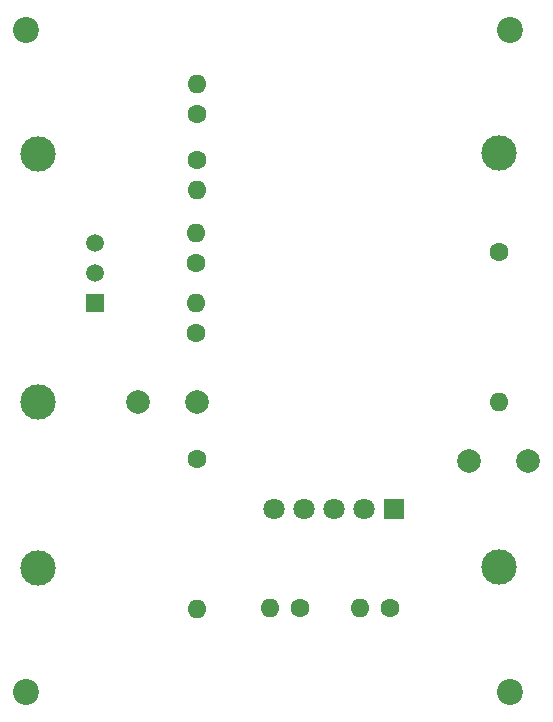
<source format=gbr>
%TF.GenerationSoftware,KiCad,Pcbnew,8.0.5*%
%TF.CreationDate,2024-10-17T13:51:03-05:00*%
%TF.ProjectId,Block-JAN6418,426c6f63-6b2d-44a4-914e-363431382e6b,rev?*%
%TF.SameCoordinates,Original*%
%TF.FileFunction,Soldermask,Bot*%
%TF.FilePolarity,Negative*%
%FSLAX46Y46*%
G04 Gerber Fmt 4.6, Leading zero omitted, Abs format (unit mm)*
G04 Created by KiCad (PCBNEW 8.0.5) date 2024-10-17 13:51:03*
%MOMM*%
%LPD*%
G01*
G04 APERTURE LIST*
%ADD10C,3.000000*%
%ADD11C,2.200000*%
%ADD12O,1.600000X1.600000*%
%ADD13C,1.600000*%
%ADD14C,1.800000*%
%ADD15R,1.800000X1.800000*%
%ADD16C,2.000000*%
%ADD17R,1.500000X1.500000*%
%ADD18C,1.500000*%
G04 APERTURE END LIST*
D10*
%TO.C,B+*%
X94505000Y-49920000D03*
%TD*%
D11*
%TO.C,REF\u002A\u002A*%
X54500000Y-95500000D03*
%TD*%
%TO.C,REF\u002A\u002A*%
X95500000Y-39500000D03*
%TD*%
D10*
%TO.C,Sig_in*%
X55495000Y-71000000D03*
%TD*%
D12*
%TO.C,R4*%
X82790000Y-88420000D03*
D13*
X85330000Y-88420000D03*
%TD*%
D14*
%TO.C,U1*%
X75460000Y-80000000D03*
X78000000Y-80000000D03*
X80540000Y-80000000D03*
X83080000Y-80000000D03*
D15*
X85620000Y-80000000D03*
%TD*%
D11*
%TO.C,REF\u002A\u002A*%
X95500000Y-95500000D03*
%TD*%
D10*
%TO.C,+9V*%
X55495000Y-50000000D03*
%TD*%
D13*
%TO.C,R7*%
X68845000Y-59210000D03*
D12*
X68845000Y-56670000D03*
%TD*%
D16*
%TO.C,C2*%
X63995000Y-71000000D03*
X68995000Y-71000000D03*
%TD*%
D10*
%TO.C,Sig_out*%
X94505000Y-84920000D03*
%TD*%
D16*
%TO.C,C1*%
X92005000Y-75920000D03*
X97005000Y-75920000D03*
%TD*%
D13*
%TO.C,R8*%
X68845000Y-65150000D03*
D12*
X68845000Y-62610000D03*
%TD*%
D10*
%TO.C,Sig_gnd*%
X55495000Y-85000000D03*
%TD*%
D12*
%TO.C,R5*%
X75120000Y-88420000D03*
D13*
X77660000Y-88420000D03*
%TD*%
D17*
%TO.C,U2*%
X60355000Y-62540000D03*
D18*
X60355000Y-60000000D03*
X60355000Y-57460000D03*
%TD*%
D13*
%TO.C,R1*%
X68995000Y-46545000D03*
D12*
X68995000Y-44005000D03*
%TD*%
D13*
%TO.C,Impedance*%
X68995000Y-75800000D03*
D12*
X68995000Y-88500000D03*
%TD*%
D11*
%TO.C,REF\u002A\u002A*%
X54500000Y-39500000D03*
%TD*%
D13*
%TO.C,R2*%
X68995000Y-50460000D03*
D12*
X68995000Y-53000000D03*
%TD*%
D13*
%TO.C,Ra*%
X94505000Y-58220000D03*
D12*
X94505000Y-70920000D03*
%TD*%
M02*

</source>
